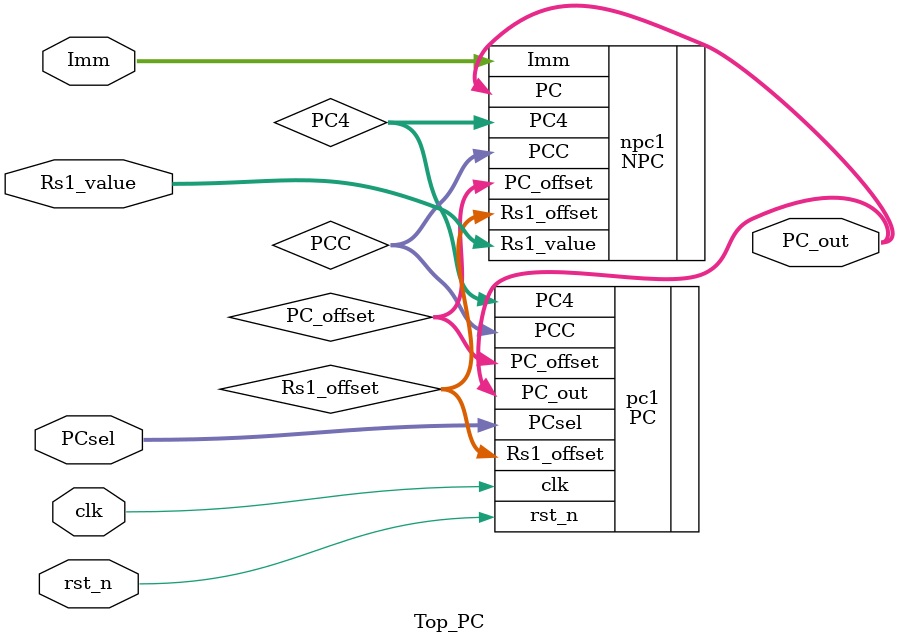
<source format=v>



module Top_PC(
    input wire [1:0]PCsel, //¿ØÖÆPC¸üÐÂ£¬ÓÉ¿ØÖÆµ¥ÔªÉú³É
    input wire clk,
    input wire rst_n,
    input wire[31:0] Rs1_value, //Ö±½Ó´Ó¼Ä´æÆ÷RS1¶Á³öÀ´µÄÖµ
    input wire[31:0] Imm, //Á¢¼´Êýµ¥Ôª´«³öµÄÖµ
    output wire[31:0] PC_out //µ±Ç°Ê±ÖÓÖÜÆÚÉú³ÉµÄPC_out
    );
    wire [31:0]PC4;
    wire [31:0]PC_offset;
    wire [31:0]Rs1_offset;
    wire [31:0]PCC; 
    
    PC pc1(
    .clk(clk),
    .rst_n(rst_n),
    .PCsel(PCsel),
    .PC4(PC4),
    .PC_offset(PC_offset),
    .Rs1_offset(Rs1_offset),
    .PCC(PCC),
    .PC_out(PC_out)
    );
    
    NPC npc1(
    .PC(PC_out), //´«ÈëµÄÆäÊµ¾ÍÊÇÉÏ¸öÊ±ÖÓÖÜÆÚ£¬PC´«³öµÄPC_out
    .Imm(Imm),
    .Rs1_value(Rs1_value),
    .PC4(PC4),
    .PC_offset(PC_offset),
    .Rs1_offset(Rs1_offset),
    .PCC(PCC)
    );
endmodule

</source>
